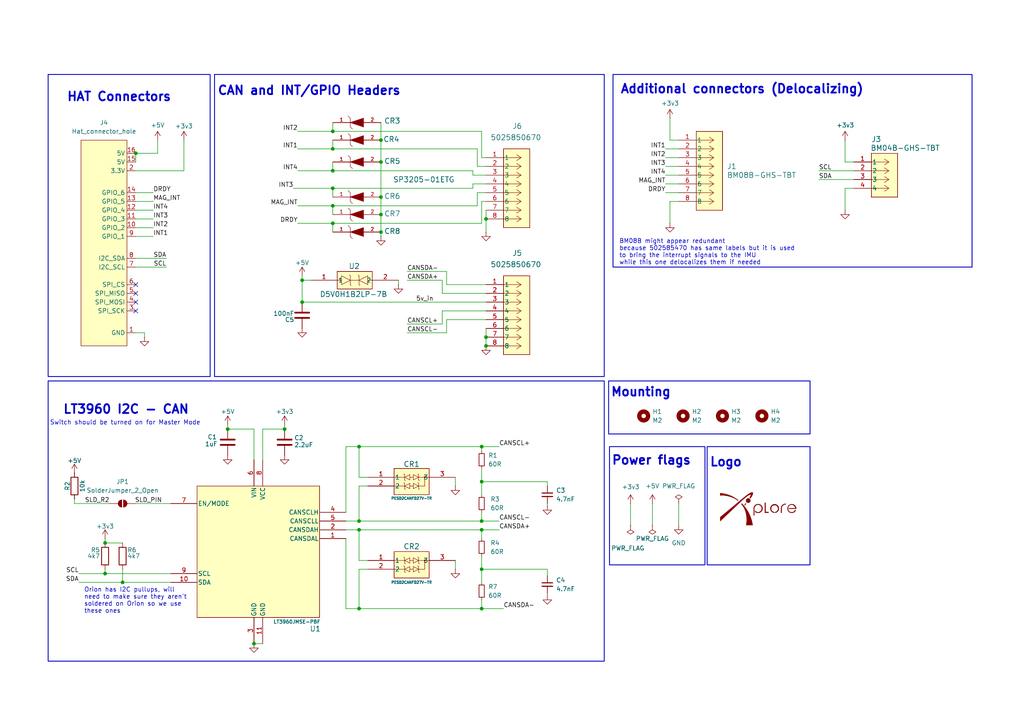
<source format=kicad_sch>
(kicad_sch (version 20231120) (generator "eeschema") (generator_version "8.0")
  (paper "A4")
  (lib_symbols
    (symbol "0_connectors:Hat_connector_hole"
      (property "Reference" "J1" (at -2.8575 33.02 0))
      (property "Value" "Hat_connector_hole" (at -2.8575 30.48 0))
      (symbol "Hat_connector_hole_0_0"
        (pin power_in line (at 6.35 -27.94 180) (length 2.54) (name "GND") (number "1"))
        (pin bidirectional line (at 6.35 2.54 180) (length 2.54) (name "GPIO_2") (number "10"))
        (pin bidirectional line (at 6.35 5.08 180) (length 2.54) (name "GPIO_3") (number "11"))
        (pin bidirectional line (at 6.35 7.62 180) (length 2.54) (name "GPIO_4") (number "12"))
        (pin bidirectional line (at 6.35 10.16 180) (length 2.54) (name "GPIO_5") (number "13"))
        (pin bidirectional line (at 6.35 12.7 180) (length 2.54) (name "GPIO_6") (number "14"))
        (pin power_in line (at 6.35 21.59 180) (length 2.54) (name "5V") (number "15"))
        (pin power_in line (at 6.35 24.13 180) (length 2.54) (name "5V") (number "16"))
        (pin power_in line (at 6.35 19.05 180) (length 2.54) (name "3.3V") (number "2"))
        (pin output line (at 6.35 -21.59 180) (length 2.54) (name "SPI_SCK") (number "3"))
        (pin output line (at 6.35 -19.05 180) (length 2.54) (name "SPI_MOSI") (number "4"))
        (pin input line (at 6.35 -16.51 180) (length 2.54) (name "SPI_MISO") (number "5"))
        (pin output line (at 6.35 -13.97 180) (length 2.54) (name "SPI_CS") (number "6"))
        (pin output line (at 6.35 -8.89 180) (length 2.54) (name "I2C_SCL") (number "7"))
        (pin bidirectional line (at 6.35 -6.35 180) (length 2.54) (name "I2C_SDA") (number "8"))
        (pin bidirectional line (at 6.35 0 180) (length 2.54) (name "GPIO_1") (number "9"))
      )
    )
    (symbol "0_graphic:Xplore_Logo" (pin_numbers hide) (pin_names (offset 0) hide) (in_bom no))
    (symbol "502585670:5025850670" (pin_names (offset 0.254))
      (property "Reference" "J1" (at 13.97 -7.6199 0))
      (property "Value" "5025850670" (at 13.97 -10.1599 0))
      (symbol "5025850670_1_1"
        (pin unspecified line (at 0 0 0) (length 5.08) (name "1") (number "1"))
        (pin unspecified line (at 0 -2.54 0) (length 5.08) (name "2") (number "2"))
        (pin unspecified line (at 0 -5.08 0) (length 5.08) (name "3") (number "3"))
        (pin unspecified line (at 0 -7.62 0) (length 5.08) (name "4") (number "4"))
        (pin unspecified line (at 0 -10.16 0) (length 5.08) (name "5") (number "5"))
        (pin unspecified line (at 0 -12.7 0) (length 5.08) (name "6") (number "6"))
        (pin unspecified line (at 0 -15.24 0) (length 5.08) (name "7") (number "7"))
        (pin unspecified line (at 0 -17.78 0) (length 5.08) (name "8") (number "8"))
      )
      (symbol "5025850670_1_2"
        (pin unspecified line (at 0 0 0) (length 5.08) (name "1") (number "1"))
        (pin unspecified line (at 0 -2.54 0) (length 5.08) (name "2") (number "2"))
        (pin unspecified line (at 0 -5.08 0) (length 5.08) (name "3") (number "3"))
        (pin unspecified line (at 0 -7.62 0) (length 5.08) (name "4") (number "4"))
        (pin unspecified line (at 0 -10.16 0) (length 5.08) (name "5") (number "5"))
        (pin unspecified line (at 0 -12.7 0) (length 5.08) (name "6") (number "6"))
        (pin unspecified line (at 0 -15.24 0) (length 5.08) (name "7") (number "7"))
        (pin unspecified line (at 0 -17.78 0) (length 5.08) (name "8") (number "8"))
      )
    )
    (symbol "BM04B-GHS-TBT_1" (pin_names (offset 0.254))
      (property "Reference" "J4" (at 7.6199 3.81 90))
      (property "Value" "BM04B-GHS-TBT" (at 14.732 -10.922 90))
      (symbol "BM04B-GHS-TBT_1_1_1"
        (pin unspecified line (at 0 0 0) (length 5.08) (name "1") (number "1"))
        (pin unspecified line (at 0 -2.54 0) (length 5.08) (name "2") (number "2"))
        (pin unspecified line (at 0 -5.08 0) (length 5.08) (name "3") (number "3"))
        (pin unspecified line (at 0 -7.62 0) (length 5.08) (name "4") (number "4"))
      )
      (symbol "BM04B-GHS-TBT_1_1_2"
        (pin unspecified line (at 0 0 0) (length 5.08) (name "1") (number "1"))
        (pin unspecified line (at 0 -2.54 0) (length 5.08) (name "2") (number "2"))
        (pin unspecified line (at 0 -5.08 0) (length 5.08) (name "3") (number "3"))
        (pin unspecified line (at 0 -7.62 0) (length 5.08) (name "4") (number "4"))
      )
    )
    (symbol "BM08B_GHS_TBT:BM08B-GHS-TBT" (pin_names (offset 0.254))
      (property "Reference" "J1" (at 13.97 -7.6199 0))
      (property "Value" "BM08B-GHS-TBT" (at 13.97 -10.1599 0))
      (symbol "BM08B-GHS-TBT_1_1"
        (pin unspecified line (at 0 0 0) (length 5.08) (name "1") (number "1"))
        (pin unspecified line (at 0 -2.54 0) (length 5.08) (name "2") (number "2"))
        (pin unspecified line (at 0 -5.08 0) (length 5.08) (name "3") (number "3"))
        (pin unspecified line (at 0 -7.62 0) (length 5.08) (name "4") (number "4"))
        (pin unspecified line (at 0 -10.16 0) (length 5.08) (name "5") (number "5"))
        (pin unspecified line (at 0 -12.7 0) (length 5.08) (name "6") (number "6"))
        (pin unspecified line (at 0 -15.24 0) (length 5.08) (name "7") (number "7"))
        (pin unspecified line (at 0 -17.78 0) (length 5.08) (name "8") (number "8"))
      )
      (symbol "BM08B-GHS-TBT_1_2"
        (pin unspecified line (at 0 0 0) (length 5.08) (name "1") (number "1"))
        (pin unspecified line (at 0 -2.54 0) (length 5.08) (name "2") (number "2"))
        (pin unspecified line (at 0 -5.08 0) (length 5.08) (name "3") (number "3"))
        (pin unspecified line (at 0 -7.62 0) (length 5.08) (name "4") (number "4"))
        (pin unspecified line (at 0 -10.16 0) (length 5.08) (name "5") (number "5"))
        (pin unspecified line (at 0 -12.7 0) (length 5.08) (name "6") (number "6"))
        (pin unspecified line (at 0 -15.24 0) (length 5.08) (name "7") (number "7"))
        (pin unspecified line (at 0 -17.78 0) (length 5.08) (name "8") (number "8"))
      )
    )
    (symbol "D5V0H1B2LP_7B:D5V0H1B2LP-7B" (pin_names (offset 0.254))
      (property "Reference" "U5" (at 10.922 4.064 0))
      (property "Value" "D5V0H1B2LP-7B" (at 2.54 -4.064 0))
      (symbol "D5V0H1B2LP-7B_1_1"
        (pin unspecified line (at 0 0 0) (length 7.62) (name "1") (number "1"))
        (pin unspecified line (at 25.4 0 180) (length 7.62) (name "2") (number "2"))
      )
    )
    (symbol "Device:C" (pin_numbers hide) (pin_names (offset 0.254))
      (property "Reference" "C" (at 0.635 2.54 0))
      (property "Value" "C" (at 0.635 -2.54 0))
      (symbol "C_1_1"
        (pin passive line (at 0 3.81 270) (length 2.794) (name "~") (number "1"))
        (pin passive line (at 0 -3.81 90) (length 2.794) (name "~") (number "2"))
      )
    )
    (symbol "Device:C_Small" (pin_numbers hide) (pin_names (offset 0.254) hide)
      (property "Reference" "C" (at 0.254 1.778 0))
      (property "Value" "C_Small" (at 0.254 -2.032 0))
      (symbol "C_Small_1_1"
        (pin passive line (at 0 2.54 270) (length 2.032) (name "~") (number "1"))
        (pin passive line (at 0 -2.54 90) (length 2.032) (name "~") (number "2"))
      )
    )
    (symbol "Device:R" (pin_numbers hide) (pin_names (offset 0))
      (property "Reference" "R" (at 2.032 0 90))
      (property "Value" "R" (at 0 0 90))
      (symbol "R_1_1"
        (pin passive line (at 0 3.81 270) (length 1.27) (name "~") (number "1"))
        (pin passive line (at 0 -3.81 90) (length 1.27) (name "~") (number "2"))
      )
    )
    (symbol "Device:R_Small" (pin_numbers hide) (pin_names (offset 0.254) hide)
      (property "Reference" "R" (at 0.762 0.508 0))
      (property "Value" "R_Small" (at 0.762 -1.016 0))
      (symbol "R_Small_1_1"
        (pin passive line (at 0 2.54 270) (length 0.762) (name "~") (number "1"))
        (pin passive line (at 0 -2.54 90) (length 0.762) (name "~") (number "2"))
      )
    )
    (symbol "I2C-CAN Bridge:LT3960JMSE-PBF" (pin_names (offset 0.254))
      (property "Reference" "U1" (at 41.91 -36.322 0))
      (property "Value" "LT3960JMSE-PBF" (at 36.576 -34.29 0))
      (symbol "LT3960JMSE-PBF_0_1"
        (pin bidirectional line (at 50.8 -10.16 180) (length 7.62) (name "CANSDAL") (number "1"))
        (pin bidirectional line (at 0 -22.86 0) (length 7.62) (name "SDA") (number "10"))
        (pin power_out line (at 26.67 -40.64 90) (length 7.62) (name "GND") (number "11"))
        (pin bidirectional line (at 50.8 -7.62 180) (length 7.62) (name "CANSDAH") (number "2"))
        (pin power_out line (at 24.13 -40.64 90) (length 7.62) (name "GND") (number "3"))
        (pin bidirectional line (at 50.8 -2.54 180) (length 7.62) (name "CANSCLH") (number "4"))
        (pin bidirectional line (at 50.8 -5.08 180) (length 7.62) (name "CANSCLL") (number "5"))
        (pin power_in line (at 24.13 12.7 270) (length 7.62) (name "VIN") (number "6"))
        (pin input line (at 0 0 0) (length 7.62) (name "EN/MODE") (number "7"))
        (pin power_in line (at 26.67 12.7 270) (length 7.62) (name "VCC") (number "8"))
        (pin bidirectional line (at 0 -20.32 0) (length 7.62) (name "SCL") (number "9"))
      )
    )
    (symbol "Jumper:SolderJumper_2_Open" (pin_numbers hide) (pin_names (offset 0) hide) (exclude_from_sim yes) (in_bom no)
      (property "Reference" "JP" (at 0 2.032 0))
      (property "Value" "SolderJumper_2_Open" (at 0 -2.54 0))
      (symbol "SolderJumper_2_Open_1_1"
        (pin passive line (at -3.81 0 0) (length 2.54) (name "A") (number "1"))
        (pin passive line (at 3.81 0 180) (length 2.54) (name "B") (number "2"))
      )
    )
    (symbol "Mechanical:MountingHole" (pin_names (offset 1.016)) (exclude_from_sim yes) (in_bom no)
      (property "Reference" "H" (at 0 5.08 0))
      (property "Value" "MountingHole" (at 0 3.175 0))
    )
    (symbol "PESD2CANFD27V-TR_1" (pin_names (offset 0.254))
      (property "Reference" "CR1" (at 12.7 -10.16 0))
      (property "Value" "PESD2CANFD27V-TR" (at 12.7 -7.62 0))
      (symbol "PESD2CANFD27V-TR_1_0_1"
        (pin unspecified line (at 0 0 0) (length 7.62) (name "1") (number "1"))
        (pin unspecified line (at 0 -2.54 0) (length 7.62) (name "2") (number "2"))
        (pin unspecified line (at 25.4 0 180) (length 7.62) (name "3") (number "3"))
      )
    )
    (symbol "PWR_FLAG_1" (power) (pin_numbers hide) (pin_names (offset 0) hide)
      (property "Value" "PWR_FLAG" (at 0 3.81 0))
      (symbol "PWR_FLAG_1_0_0"
        (pin power_out line (at 0 0 90) (length 0) (name "~") (number "1"))
      )
    )
    (symbol "SP3205_01ETG:SP3205-01ETG" (pin_names (offset 0.254))
      (property "Reference" "CR" (at 25.4 10.16 0))
      (property "Value" "SP3205-01ETG" (at 25.4 7.62 0))
      (symbol "SP3205-01ETG_1_1"
        (pin unspecified line (at 17.78 0 0) (length 5) (name "") (number "1"))
        (pin unspecified line (at 31.75 0 180) (length 5) (name "") (number "2"))
      )
    )
    (symbol "power:+3.3V" (power) (pin_numbers hide) (pin_names (offset 0) hide)
      (property "Value" "+3.3V" (at 0 3.556 0))
      (symbol "+3.3V_1_1"
        (pin power_in line (at 0 0 90) (length 0) (name "~") (number "1"))
      )
    )
    (symbol "power:+5V" (power) (pin_numbers hide) (pin_names (offset 0) hide)
      (property "Value" "+5V" (at 0 3.556 0))
      (symbol "+5V_1_1"
        (pin power_in line (at 0 0 90) (length 0) (name "~") (number "1"))
      )
    )
    (symbol "power:GND" (power) (pin_numbers hide) (pin_names (offset 0) hide)
      (property "Value" "GND" (at 0 -3.81 0))
      (symbol "GND_1_1"
        (pin power_in line (at 0 0 270) (length 0) (name "~") (number "1"))
      )
    )
  )
  (junction (at 139.7 139.7))
  (junction (at 140.97 100.33))
  (junction (at 30.48 166.37))
  (junction (at 139.7 153.67))
  (junction (at 87.63 87.63))
  (junction (at 104.14 176.53))
  (junction (at 96.52 64.77))
  (junction (at 96.52 49.53))
  (junction (at 139.7 176.53))
  (junction (at 110.49 46.99))
  (junction (at 139.7 165.1))
  (junction (at 140.97 97.79))
  (junction (at 39.37 44.45))
  (junction (at 110.49 67.31))
  (junction (at 110.49 40.64))
  (junction (at 110.49 57.15))
  (junction (at 140.97 63.5))
  (junction (at 139.7 129.54))
  (junction (at 110.49 62.23))
  (junction (at 73.66 186.69))
  (junction (at 87.63 81.28))
  (junction (at 96.52 43.18))
  (junction (at 96.52 38.1))
  (junction (at 35.56 168.91))
  (junction (at 104.14 151.13))
  (junction (at 96.52 54.61))
  (junction (at 96.52 59.69))
  (junction (at 104.14 153.67))
  (junction (at 66.04 124.46))
  (junction (at 82.55 124.46))
  (junction (at 30.48 157.48))
  (junction (at 139.7 151.13))
  (junction (at 104.14 129.54))
  (no_connect (at 39.37 82.55))
  (no_connect (at 39.37 90.17))
  (no_connect (at 39.37 87.63))
  (no_connect (at 39.37 85.09))
  (wire (pts (xy 110.49 67.31) (xy 110.49 68.58)))
  (wire (pts (xy 138.43 55.88) (xy 140.97 55.88)))
  (wire (pts (xy 39.37 60.96) (xy 44.45 60.96)))
  (wire (pts (xy 73.66 124.46) (xy 66.04 124.46)))
  (wire (pts (xy 22.86 168.91) (xy 35.56 168.91)))
  (wire (pts (xy 140.97 67.31) (xy 140.97 63.5)))
  (wire (pts (xy 118.11 93.98) (xy 128.27 93.98)))
  (wire (pts (xy 128.27 81.28) (xy 128.27 85.09)))
  (wire (pts (xy 139.7 135.89) (xy 139.7 139.7)))
  (wire (pts (xy 132.08 162.56) (xy 132.08 165.1)))
  (wire (pts (xy 137.16 49.53) (xy 137.16 50.8)))
  (wire (pts (xy 140.97 60.96) (xy 140.97 63.5)))
  (wire (pts (xy 139.7 161.29) (xy 139.7 165.1)))
  (wire (pts (xy 39.37 74.93) (xy 48.26 74.93)))
  (wire (pts (xy 196.85 146.05) (xy 196.85 152.4)))
  (wire (pts (xy 158.75 165.1) (xy 158.75 167.005)))
  (wire (pts (xy 21.59 146.05) (xy 21.59 144.78)))
  (wire (pts (xy 182.88 146.05) (xy 182.88 152.4)))
  (wire (pts (xy 104.14 129.54) (xy 139.7 129.54)))
  (wire (pts (xy 96.52 43.18) (xy 138.43 43.18)))
  (wire (pts (xy 193.04 50.8) (xy 196.85 50.8)))
  (wire (pts (xy 96.52 64.77) (xy 139.7 64.77)))
  (wire (pts (xy 139.7 153.67) (xy 139.7 156.21)))
  (wire (pts (xy 30.48 156.21) (xy 30.48 157.48)))
  (wire (pts (xy 118.11 78.74) (xy 129.54 78.74)))
  (wire (pts (xy 87.63 87.63) (xy 87.63 81.28)))
  (wire (pts (xy 115.57 81.28) (xy 115.57 82.55)))
  (wire (pts (xy 110.49 57.15) (xy 110.49 62.23)))
  (wire (pts (xy 139.7 165.1) (xy 139.7 168.91)))
  (wire (pts (xy 118.11 81.28) (xy 128.27 81.28)))
  (wire (pts (xy 96.52 57.15) (xy 96.52 54.61)))
  (wire (pts (xy 22.86 166.37) (xy 30.48 166.37)))
  (wire (pts (xy 21.59 146.05) (xy 31.75 146.05)))
  (wire (pts (xy 110.49 35.56) (xy 110.49 40.64)))
  (wire (pts (xy 73.66 186.69) (xy 76.2 186.69)))
  (wire (pts (xy 106.68 140.97) (xy 104.14 140.97)))
  (wire (pts (xy 96.52 49.53) (xy 96.52 46.99)))
  (wire (pts (xy 100.33 176.53) (xy 104.14 176.53)))
  (wire (pts (xy 39.37 49.53) (xy 53.34 49.53)))
  (wire (pts (xy 118.11 96.52) (xy 129.54 96.52)))
  (wire (pts (xy 140.97 97.79) (xy 140.97 100.33)))
  (wire (pts (xy 129.54 92.71) (xy 140.97 92.71)))
  (wire (pts (xy 158.75 146.05) (xy 158.75 146.685)))
  (wire (pts (xy 247.65 54.61) (xy 245.11 54.61)))
  (wire (pts (xy 96.52 59.69) (xy 86.36 59.69)))
  (wire (pts (xy 41.91 96.52) (xy 41.91 97.79)))
  (wire (pts (xy 30.48 166.37) (xy 49.53 166.37)))
  (wire (pts (xy 106.68 165.1) (xy 104.14 165.1)))
  (wire (pts (xy 100.33 176.53) (xy 100.33 156.21)))
  (wire (pts (xy 82.55 123.19) (xy 82.55 124.46)))
  (wire (pts (xy 158.75 139.7) (xy 158.75 140.97)))
  (wire (pts (xy 35.56 168.91) (xy 49.53 168.91)))
  (wire (pts (xy 39.37 66.04) (xy 44.45 66.04)))
  (wire (pts (xy 96.52 59.69) (xy 138.43 59.69)))
  (wire (pts (xy 129.54 78.74) (xy 129.54 82.55)))
  (wire (pts (xy 76.2 124.46) (xy 82.55 124.46)))
  (wire (pts (xy 86.36 64.77) (xy 96.52 64.77)))
  (wire (pts (xy 193.04 45.72) (xy 196.85 45.72)))
  (wire (pts (xy 237.49 49.53) (xy 247.65 49.53)))
  (wire (pts (xy 128.27 90.17) (xy 128.27 93.98)))
  (wire (pts (xy 140.97 95.25) (xy 140.97 97.79)))
  (wire (pts (xy 96.52 64.77) (xy 96.52 67.31)))
  (wire (pts (xy 35.56 165.1) (xy 35.56 168.91)))
  (wire (pts (xy 132.08 138.43) (xy 132.08 140.97)))
  (wire (pts (xy 139.7 38.1) (xy 139.7 45.72)))
  (wire (pts (xy 100.33 129.54) (xy 104.14 129.54)))
  (wire (pts (xy 137.16 54.61) (xy 137.16 53.34)))
  (wire (pts (xy 96.52 49.53) (xy 137.16 49.53)))
  (wire (pts (xy 110.49 40.64) (xy 110.49 46.99)))
  (wire (pts (xy 66.04 123.19) (xy 66.04 124.46)))
  (wire (pts (xy 87.63 80.01) (xy 87.63 81.28)))
  (wire (pts (xy 158.75 172.085) (xy 158.75 172.72)))
  (wire (pts (xy 193.04 43.18) (xy 196.85 43.18)))
  (wire (pts (xy 30.48 157.48) (xy 35.56 157.48)))
  (wire (pts (xy 139.7 151.13) (xy 144.78 151.13)))
  (wire (pts (xy 53.34 49.53) (xy 53.34 40.64)))
  (wire (pts (xy 96.52 54.61) (xy 137.16 54.61)))
  (wire (pts (xy 193.04 53.34) (xy 196.85 53.34)))
  (wire (pts (xy 96.52 43.18) (xy 86.36 43.18)))
  (wire (pts (xy 138.43 59.69) (xy 138.43 55.88)))
  (wire (pts (xy 100.33 153.67) (xy 104.14 153.67)))
  (wire (pts (xy 39.37 77.47) (xy 48.26 77.47)))
  (wire (pts (xy 128.27 85.09) (xy 140.97 85.09)))
  (wire (pts (xy 39.37 96.52) (xy 41.91 96.52)))
  (wire (pts (xy 106.68 162.56) (xy 104.14 162.56)))
  (wire (pts (xy 139.7 139.7) (xy 139.7 143.51)))
  (wire (pts (xy 245.11 40.64) (xy 245.11 46.99)))
  (wire (pts (xy 39.37 146.05) (xy 49.53 146.05)))
  (wire (pts (xy 104.14 165.1) (xy 104.14 176.53)))
  (wire (pts (xy 100.33 129.54) (xy 100.33 148.59)))
  (wire (pts (xy 87.63 81.28) (xy 90.17 81.28)))
  (wire (pts (xy 139.7 58.42) (xy 140.97 58.42)))
  (wire (pts (xy 87.63 87.63) (xy 140.97 87.63)))
  (wire (pts (xy 138.43 43.18) (xy 138.43 48.26)))
  (wire (pts (xy 96.52 35.56) (xy 96.52 38.1)))
  (wire (pts (xy 139.7 153.67) (xy 144.78 153.67)))
  (wire (pts (xy 104.14 151.13) (xy 139.7 151.13)))
  (wire (pts (xy 96.52 62.23) (xy 96.52 59.69)))
  (wire (pts (xy 39.37 68.58) (xy 44.45 68.58)))
  (wire (pts (xy 189.23 146.05) (xy 189.23 152.4)))
  (wire (pts (xy 196.85 58.42) (xy 194.31 58.42)))
  (wire (pts (xy 139.7 129.54) (xy 144.78 129.54)))
  (wire (pts (xy 139.7 139.7) (xy 158.75 139.7)))
  (wire (pts (xy 104.14 140.97) (xy 104.14 151.13)))
  (wire (pts (xy 45.72 44.45) (xy 45.72 40.64)))
  (wire (pts (xy 139.7 64.77) (xy 139.7 58.42)))
  (wire (pts (xy 86.36 38.1) (xy 96.52 38.1)))
  (wire (pts (xy 129.54 82.55) (xy 140.97 82.55)))
  (wire (pts (xy 96.52 40.64) (xy 96.52 43.18)))
  (wire (pts (xy 129.54 96.52) (xy 129.54 92.71)))
  (wire (pts (xy 104.14 153.67) (xy 104.14 162.56)))
  (wire (pts (xy 86.36 49.53) (xy 96.52 49.53)))
  (wire (pts (xy 39.37 58.42) (xy 44.45 58.42)))
  (wire (pts (xy 139.7 176.53) (xy 146.05 176.53)))
  (wire (pts (xy 196.85 40.64) (xy 194.31 40.64)))
  (wire (pts (xy 137.16 53.34) (xy 140.97 53.34)))
  (wire (pts (xy 137.16 50.8) (xy 140.97 50.8)))
  (wire (pts (xy 139.7 173.99) (xy 139.7 176.53)))
  (wire (pts (xy 194.31 58.42) (xy 194.31 64.77)))
  (wire (pts (xy 106.68 138.43) (xy 104.14 138.43)))
  (wire (pts (xy 237.49 52.07) (xy 247.65 52.07)))
  (wire (pts (xy 128.27 90.17) (xy 140.97 90.17)))
  (wire (pts (xy 73.66 133.35) (xy 73.66 124.46)))
  (wire (pts (xy 39.37 44.45) (xy 39.37 46.99)))
  (wire (pts (xy 245.11 54.61) (xy 245.11 60.96)))
  (wire (pts (xy 96.52 38.1) (xy 139.7 38.1)))
  (wire (pts (xy 100.33 151.13) (xy 104.14 151.13)))
  (wire (pts (xy 104.14 153.67) (xy 139.7 153.67)))
  (wire (pts (xy 96.52 54.61) (xy 85.09 54.61)))
  (wire (pts (xy 39.37 63.5) (xy 44.45 63.5)))
  (wire (pts (xy 138.43 48.26) (xy 140.97 48.26)))
  (wire (pts (xy 76.2 133.35) (xy 76.2 124.46)))
  (wire (pts (xy 104.14 129.54) (xy 104.14 138.43)))
  (wire (pts (xy 39.37 44.45) (xy 45.72 44.45)))
  (wire (pts (xy 30.48 165.1) (xy 30.48 166.37)))
  (wire (pts (xy 104.14 176.53) (xy 139.7 176.53)))
  (wire (pts (xy 139.7 148.59) (xy 139.7 151.13)))
  (wire (pts (xy 247.65 46.99) (xy 245.11 46.99)))
  (wire (pts (xy 39.37 55.88) (xy 44.45 55.88)))
  (wire (pts (xy 139.7 130.81) (xy 139.7 129.54)))
  (wire (pts (xy 110.49 46.99) (xy 110.49 57.15)))
  (wire (pts (xy 193.04 48.26) (xy 196.85 48.26)))
  (wire (pts (xy 139.7 165.1) (xy 158.75 165.1)))
  (wire (pts (xy 194.31 34.29) (xy 194.31 40.64)))
  (wire (pts (xy 110.49 62.23) (xy 110.49 67.31)))
  (wire (pts (xy 193.04 55.88) (xy 196.85 55.88)))
  (wire (pts (xy 139.7 45.72) (xy 140.97 45.72)))
  (rectangle (start 62.23 21.59) (end 175.26 109.22) (stroke (width 0.254)))
  (rectangle (start 13.97 110.49) (end 175.26 191.77) (stroke (width 0.254)))
  (rectangle (start 177.8 21.59) (end 281.94 77.47) (stroke (width 0.254)))
  (rectangle (start 205.105 129.54) (end 234.95 163.83) (stroke (width 0.254)))
  (rectangle (start 13.97 21.59) (end 60.96 109.22) (stroke (width 0.254)))
  (rectangle (start 176.784 129.54) (end 204.47 163.83) (stroke (width 0.254)))
  (rectangle (start 176.53 110.49) (end 234.95 125.857) (stroke (width 0.254)))
  (text "Switch should be turned on for Master Mode\n" (at 36.322 122.682 0) (effects (font (size 1.27 1.27))))
  (text "HAT Connectors\n" (at 34.544 28.194 0) (effects (font (size 2.54 2.54) (thickness 0.508) (bold yes))))
  (text "BM08B might appear redundant \nbecause 502585470 has same labels but it is used\nto bring the interrupt signals to the IMU \nwhile this one delocalizes them if needed" (at 179.578 73.152 0) (effects (font (size 1.27 1.27)) (justify left)))
  (text "Additional connectors (Delocalizing)\n" (at 179.832 27.432 0) (effects (font (size 2.54 2.54) (thickness 0.508) (bold yes)) (justify left bottom)))
  (text "LT3960 I2C - CAN\n" (at 36.576 118.872 0) (effects (font (size 2.54 2.54) (thickness 0.508) (bold yes))))
  (text "Power flags" (at 177.292 135.128 0) (effects (font (size 2.54 2.54) (thickness 0.508) (bold yes)) (justify left bottom)))
  (text "Mounting\n" (at 177.038 115.316 0) (effects (font (size 2.54 2.54) (thickness 0.508) (bold yes)) (justify left bottom)))
  (text "CAN and INT/GPIO Headers" (at 89.662 26.416 0) (effects (font (size 2.54 2.54) (thickness 0.508) (bold yes))))
  (text "Orion has I2C pullups, will \nneed to make sure they aren't \nsoldered on Orion so we use \nthese ones" (at 24.384 174.244 0) (effects (font (size 1.27 1.27)) (justify left)))
  (text "Logo" (at 205.74 135.636 0) (effects (font (size 2.54 2.54) (thickness 0.508) (bold yes)) (justify left bottom)))
  (label "INT2" (at 193.04 45.72 180))
  (label "SLD_PIN" (at 46.99 146.05 180))
  (label "INT3" (at 44.45 63.5 0))
  (label "INT3" (at 85.09 54.61 180))
  (label "SDA" (at 237.49 52.07 0))
  (label "MAG_INT" (at 193.04 53.34 180))
  (label "CANSCL-" (at 118.11 96.52 0))
  (label "CANSDA+" (at 144.78 153.67 0))
  (label "INT4" (at 86.36 49.53 180))
  (label "INT1" (at 193.04 43.18 180))
  (label "INT2" (at 44.45 66.04 0))
  (label "DRDY" (at 193.04 55.88 180))
  (label "DRDY" (at 44.45 55.88 0))
  (label "CANSCL+" (at 118.11 93.98 0))
  (label "CANSDA-" (at 146.05 176.53 0))
  (label "INT2" (at 86.36 38.1 180))
  (label "CANSDA+" (at 118.11 81.28 0))
  (label "SCL" (at 22.86 166.37 180))
  (label "SCL" (at 48.26 77.47 180))
  (label "MAG_INT" (at 86.36 59.69 180))
  (label "SDA" (at 48.26 74.93 180))
  (label "SDA" (at 22.86 168.91 180))
  (label "SLD_R2" (at 31.75 146.05 180))
  (label "INT1" (at 44.45 68.58 0))
  (label "5v_in" (at 120.65 87.63 0))
  (label "MAG_INT" (at 44.45 58.42 0))
  (label "INT4" (at 193.04 50.8 180))
  (label "SCL" (at 237.49 49.53 0))
  (label "CANSCL+" (at 144.78 129.54 0))
  (label "CANSDA-" (at 118.11 78.74 0))
  (label "INT1" (at 86.36 43.18 180))
  (label "INT3" (at 193.04 48.26 180))
  (label "DRDY" (at 86.36 64.77 180))
  (label "INT4" (at 44.45 60.96 0))
  (label "CANSCL-" (at 144.78 151.13 0))
  (symbol (lib_id "I2C-CAN Bridge:LT3960JMSE-PBF") (at 49.53 146.05 0) (unit 1)
    (property "Reference" "U1" (at 91.44 182.372 0) (effects (font (size 1.524 1.524))))
    (property "Value" "LT3960JMSE-PBF" (at 86.106 180.34 0) (effects (font (size 1.016 1.016))))
    (property "Footprint" "footprints:LT3960" (effects (hide yes)))
    (property "Datasheet" "https://www.mouser.ch/datasheet/2/609/lt3960-1921786.pdf" (effects (hide yes)))
  )
  (symbol (lib_id "Device:C") (at 82.55 128.27 0) (unit 1)
    (property "Reference" "C2" (at 85.344 127 0) (effects (justify left)))
    (property "Value" "2.2uF" (at 85.344 129.032 0) (effects (justify left)))
    (property "Footprint" "Capacitor_SMD:C_0402_1005Metric" (effects (hide yes)))
    (property "Description" "Unpolarized capacitor" (effects (hide yes)))
  )
  (symbol (lib_id "power:GND") (at 194.31 64.77 0) (unit 1)
    (property "Reference" "#PWR08" (effects (hide yes)))
    (property "Value" "GND" (effects (hide yes)))
    (property "Description" "Power symbol creates a global label with name \"GND\" , ground" (effects (hide yes)))
  )
  (symbol (lib_id "Device:R_Small") (at 139.7 146.05 180) (unit 1)
    (property "Reference" "R3" (at 142.24 144.7799 0) (effects (justify right)))
    (property "Value" "60R" (at 142.24 147.3199 0) (effects (justify right)))
    (property "Footprint" "Resistor_SMD:R_0603_1608Metric" (effects (hide yes)))
    (property "Datasheet" "https://www.vishay.com/docs/20043/crcwhpe3.pdf" (effects (hide yes)))
    (property "Manufacturer ref" "CRCW060360R4FKEAHP" (effects (hide yes)))
    (property "Mouser ref" "71-CRCW060360R4FKEAH" (effects (hide yes)))
  )
  (symbol (lib_id "SP3205_01ETG:SP3205-01ETG") (at 78.74 35.56 0) (unit 1)
    (property "Reference" "CR3" (at 113.792 35.052 0) (effects (font (size 1.524 1.524))))
    (property "Value" "SP3205-01ETG" (at 122.936 52.07 0) (effects (font (size 1.524 1.524))))
    (property "Footprint" "footprints:SDO_SOD882_LTF" (effects (hide yes)))
    (property "Datasheet" "SP3205-01ETG" (effects (hide yes)))
  )
  (symbol (lib_name "PWR_FLAG_1") (lib_id "power:PWR_FLAG") (at 196.85 146.05 0) (unit 1)
    (property "Reference" "#FLG04" (effects (hide yes)))
    (property "Value" "PWR_FLAG" (at 196.85 140.97 0))
    (property "Description" "Special symbol for telling ERC where power comes from" (effects (hide yes)))
  )
  (symbol (lib_id "0_connectors:Hat_connector_hole") (at 33.02 68.58 0) (unit 1)
    (property "Reference" "J4" (at 30.1625 35.56 0))
    (property "Value" "Hat_connector_hole" (at 30.1625 38.1 0))
    (property "Footprint" "footprints:Hat_connector_hole" (effects (hide yes)))
  )
  (symbol (lib_id "power:+5V") (at 66.04 123.19 0) (unit 1)
    (property "Reference" "#PWR012" (effects (hide yes)))
    (property "Value" "+5V" (at 66.04 119.38 0))
    (property "Description" "Power symbol creates a global label with name \"+5V\"" (effects (hide yes)))
  )
  (symbol (lib_id "power:GND") (at 115.57 82.55 0) (unit 1)
    (property "Reference" "#PWR09" (effects (hide yes)))
    (property "Value" "GND" (effects (hide yes)))
    (property "Description" "Power symbol creates a global label with name \"GND\" , ground" (effects (hide yes)))
  )
  (symbol (lib_id "SP3205_01ETG:SP3205-01ETG") (at 78.74 57.15 0) (unit 1)
    (property "Reference" "CR6" (at 113.792 56.896 0) (effects (font (size 1.524 1.524))))
    (property "Value" "SP3205-01ETG" (effects (hide yes)))
    (property "Footprint" "footprints:SDO_SOD882_LTF" (effects (hide yes)))
    (property "Datasheet" "SP3205-01ETG" (effects (hide yes)))
  )
  (symbol (lib_id "Device:C") (at 87.63 91.44 180) (unit 1)
    (property "Reference" "C5" (at 85.344 92.71 0) (effects (justify left)))
    (property "Value" "100nF" (at 85.344 90.932 0) (effects (justify left)))
    (property "Footprint" "Capacitor_SMD:C_0402_1005Metric" (effects (hide yes)))
    (property "Description" "Unpolarized capacitor" (effects (hide yes)))
  )
  (symbol (lib_id "power:+5V") (at 87.63 80.01 0) (unit 1)
    (property "Reference" "#PWR04" (effects (hide yes)))
    (property "Value" "+5V" (at 87.63 76.2 0))
    (property "Description" "Power symbol creates a global label with name \"+5V\"" (effects (hide yes)))
  )
  (symbol (lib_id "SP3205_01ETG:SP3205-01ETG") (at 78.74 46.99 0) (unit 1)
    (property "Reference" "CR5" (at 113.792 46.736 0) (effects (font (size 1.524 1.524))))
    (property "Value" "SP3205-01ETG" (effects (hide yes)))
    (property "Footprint" "footprints:SDO_SOD882_LTF" (effects (hide yes)))
    (property "Datasheet" "SP3205-01ETG" (effects (hide yes)))
  )
  (symbol (lib_id "power:+5V") (at 189.23 146.05 0) (unit 1)
    (property "Reference" "#PWR020" (effects (hide yes)))
    (property "Value" "+5V" (at 189.23 140.97 0))
    (property "Description" "Power symbol creates a global label with name \"+5V\"" (effects (hide yes)))
  )
  (symbol (lib_id "power:GND") (at 41.91 97.79 0) (unit 1)
    (property "Reference" "#PWR010" (effects (hide yes)))
    (property "Value" "GND" (effects (hide yes)))
    (property "Description" "Power symbol creates a global label with name \"GND\" , ground" (effects (hide yes)))
  )
  (symbol (lib_id "power:+3.3V") (at 53.34 40.64 0) (unit 1)
    (property "Reference" "#PWR03" (effects (hide yes)))
    (property "Value" "+3v3" (at 53.34 36.576 0))
    (property "Description" "Power symbol creates a global label with name \"+3.3V\"" (effects (hide yes)))
  )
  (symbol (lib_id "power:GND") (at 196.85 152.4 0) (unit 1)
    (property "Reference" "#PWR021" (effects (hide yes)))
    (property "Value" "GND" (at 196.85 157.48 0))
  )
  (symbol (lib_id "Device:R") (at 30.48 161.29 180) (unit 1)
    (property "Reference" "R5" (at 27.686 159.512 0))
    (property "Value" "4k7" (at 27.178 161.29 0))
    (property "Footprint" "Resistor_SMD:R_0201_0603Metric" (effects (hide yes)))
    (property "Description" "Resistor" (effects (hide yes)))
  )
  (symbol (lib_id "Device:R_Small") (at 139.7 171.45 0) (unit 1)
    (property "Reference" "R7" (at 141.605 170.1799 0) (effects (justify left)))
    (property "Value" "60R" (at 141.605 172.72 0) (effects (justify left)))
    (property "Footprint" "Resistor_SMD:R_0603_1608Metric" (effects (hide yes)))
    (property "Datasheet" "https://www.vishay.com/docs/20043/crcwhpe3.pdf" (effects (hide yes)))
    (property "Manufacturer ref" "CRCW060360R4FKEAHP" (effects (hide yes)))
    (property "Mouser ref" "71-CRCW060360R4FKEAH" (effects (hide yes)))
  )
  (symbol (lib_name "PESD2CANFD27V-TR_1") (lib_id "PESD2CAN27v:PESD2CANFD27V-TR") (at 106.68 138.43 0) (unit 1)
    (property "Reference" "CR1" (at 119.38 134.62 0) (effects (font (size 1.524 1.524))))
    (property "Value" "PESD2CANFD27V-TR" (at 119.38 144.526 0) (effects (font (size 0.762 0.762))))
    (property "Footprint" "footprints:SOT23_PESD2_NEX" (effects (hide yes)))
    (property "Datasheet" "https://assets.nexperia.com/documents/data-sheet/PESD2CANFD27V-T.pdfhttps://assets.nexperia.com/documents/data-sheet/PESD2CANFD27V-T.pdf" (effects (hide yes)))
  )
  (symbol (lib_id "power:GND") (at 87.63 95.25 0) (unit 1)
    (property "Reference" "#PWR027" (effects (hide yes)))
    (property "Value" "GND" (effects (hide yes)))
    (property "Description" "Power symbol creates a global label with name \"GND\" , ground" (effects (hide yes)))
  )
  (symbol (lib_id "D5V0H1B2LP_7B:D5V0H1B2LP-7B") (at 90.17 81.28 0) (unit 1)
    (property "Reference" "U2" (at 101.092 77.216 0) (effects (font (size 1.524 1.524)) (justify left)))
    (property "Value" "D5V0H1B2LP-7B" (at 92.71 85.344 0) (effects (font (size 1.524 1.524)) (justify left)))
    (property "Footprint" "footprints:D5V0H1B2LP_7B" (effects (hide yes)))
    (property "Datasheet" "https://www.diodes.com/assets/Datasheets/D5V0H1B2LP.pdf" (effects (hide yes)))
  )
  (symbol (lib_id "Mechanical:MountingHole") (at 198.12 120.65 0) (unit 1) (exclude_from_sim yes) (in_bom no)
    (property "Reference" "H2" (at 200.66 119.3799 0) (effects (justify left)))
    (property "Value" "M2" (at 200.66 121.9199 0) (effects (justify left)))
    (property "Footprint" "MountingHole:MountingHole_2.2mm_M2" (effects (hide yes)))
    (property "Description" "Mounting Hole without connection" (effects (hide yes)))
  )
  (symbol (lib_name "BM04B-GHS-TBT_1") (lib_id "BM04B:BM04B-GHS-TBT") (at 247.65 46.99 0) (unit 1)
    (property "Reference" "J3" (at 252.73 40.386 0) (effects (font (size 1.524 1.524)) (justify left)))
    (property "Value" "BM04B-GHS-TBT" (at 252.476 42.926 0) (effects (font (size 1.524 1.524)) (justify left)))
    (property "Footprint" "footprints:CONN_BM04B-GHS-TBT_JST" (effects (hide yes)))
    (property "Datasheet" "https://www.jst-mfg.com/product/pdf/eng/eGH.pdf" (effects (hide yes)))
  )
  (symbol (lib_id "SP3205_01ETG:SP3205-01ETG") (at 78.74 67.31 0) (unit 1)
    (property "Reference" "CR8" (at 113.792 67.056 0) (effects (font (size 1.524 1.524))))
    (property "Value" "SP3205-01ETG" (effects (hide yes)))
    (property "Footprint" "footprints:SDO_SOD882_LTF" (effects (hide yes)))
    (property "Datasheet" "SP3205-01ETG" (effects (hide yes)))
  )
  (symbol (lib_id "power:GND") (at 140.97 67.31 0) (unit 1)
    (property "Reference" "#PWR029" (effects (hide yes)))
    (property "Value" "GND" (effects (hide yes)))
    (property "Description" "Power symbol creates a global label with name \"GND\" , ground" (effects (hide yes)))
  )
  (symbol (lib_id "SP3205_01ETG:SP3205-01ETG") (at 78.74 40.64 0) (unit 1)
    (property "Reference" "CR4" (at 113.538 40.386 0) (effects (font (size 1.524 1.524))))
    (property "Value" "SP3205-01ETG" (effects (hide yes)))
    (property "Footprint" "footprints:SDO_SOD882_LTF" (effects (hide yes)))
    (property "Datasheet" "SP3205-01ETG" (effects (hide yes)))
  )
  (symbol (lib_id "power:+3.3V") (at 194.31 34.29 0) (unit 1)
    (property "Reference" "#PWR01" (effects (hide yes)))
    (property "Value" "+3v3" (at 191.77 29.972 0) (effects (justify left)))
    (property "Description" "Power symbol creates a global label with name \"+3.3V\"" (effects (hide yes)))
  )
  (symbol (lib_id "power:+3.3V") (at 182.88 146.05 0) (unit 1)
    (property "Reference" "#PWR019" (effects (hide yes)))
    (property "Value" "+3v3" (at 180.34 141.224 0) (effects (justify left)))
    (property "Description" "Power symbol creates a global label with name \"+3.3V\"" (effects (hide yes)))
  )
  (symbol (lib_id "power:GND") (at 66.04 132.08 0) (unit 1)
    (property "Reference" "#PWR014" (effects (hide yes)))
    (property "Value" "GND" (effects (hide yes)))
    (property "Description" "Power symbol creates a global label with name \"GND\" , ground" (effects (hide yes)))
  )
  (symbol (lib_id "power:GND") (at 158.75 172.72 0) (unit 1)
    (property "Reference" "#PWR024" (effects (hide yes)))
    (property "Value" "GND" (effects (hide yes)))
  )
  (symbol (lib_id "power:GND") (at 82.55 132.08 0) (unit 1)
    (property "Reference" "#PWR015" (effects (hide yes)))
    (property "Value" "GND" (effects (hide yes)))
    (property "Description" "Power symbol creates a global label with name \"GND\" , ground" (effects (hide yes)))
  )
  (symbol (lib_id "Mechanical:MountingHole") (at 220.98 120.65 0) (unit 1) (exclude_from_sim yes) (in_bom no)
    (property "Reference" "H4" (at 223.52 119.3799 0) (effects (justify left)))
    (property "Value" "M2" (at 223.52 121.9199 0) (effects (justify left)))
    (property "Footprint" "MountingHole:MountingHole_2.2mm_M2" (effects (hide yes)))
    (property "Description" "Mounting Hole without connection" (effects (hide yes)))
  )
  (symbol (lib_id "BM08B_GHS_TBT:BM08B-GHS-TBT") (at 196.85 40.64 0) (unit 1)
    (property "Reference" "J1" (at 210.82 48.2599 0) (effects (font (size 1.524 1.524)) (justify left)))
    (property "Value" "BM08B-GHS-TBT" (at 210.82 50.7999 0) (effects (font (size 1.524 1.524)) (justify left)))
    (property "Footprint" "footprints:CONN_BM08B-GHS-TBT_JST" (effects (hide yes)))
    (property "Datasheet" "https://www.jst-mfg.com/product/pdf/eng/eGH.pdf" (effects (hide yes)))
  )
  (symbol (lib_id "power:+5V") (at 21.59 137.16 0) (unit 1)
    (property "Reference" "#PWR016" (effects (hide yes)))
    (property "Value" "+5V" (at 21.59 133.604 0))
    (property "Description" "Power symbol creates a global label with name \"+5V\"" (effects (hide yes)))
  )
  (symbol (lib_id "power:GND") (at 132.08 140.97 0) (unit 1)
    (property "Reference" "#PWR017" (effects (hide yes)))
    (property "Value" "GND" (effects (hide yes)))
    (property "Description" "Power symbol creates a global label with name \"GND\" , ground" (effects (hide yes)))
  )
  (symbol (lib_id "power:GND") (at 110.49 68.58 0) (unit 1)
    (property "Reference" "#PWR028" (effects (hide yes)))
    (property "Value" "GND" (effects (hide yes)))
    (property "Description" "Power symbol creates a global label with name \"GND\" , ground" (effects (hide yes)))
  )
  (symbol (lib_id "Mechanical:MountingHole") (at 209.55 120.65 0) (unit 1) (exclude_from_sim yes) (in_bom no)
    (property "Reference" "H3" (at 212.09 119.3799 0) (effects (justify left)))
    (property "Value" "M2" (at 212.09 121.9199 0) (effects (justify left)))
    (property "Footprint" "MountingHole:MountingHole_2.2mm_M2" (effects (hide yes)))
    (property "Description" "Mounting Hole without connection" (effects (hide yes)))
  )
  (symbol (lib_id "Mechanical:MountingHole") (at 186.69 120.65 0) (unit 1) (exclude_from_sim yes) (in_bom no)
    (property "Reference" "H1" (at 189.23 119.3799 0) (effects (justify left)))
    (property "Value" "M2" (at 189.23 121.9199 0) (effects (justify left)))
    (property "Footprint" "MountingHole:MountingHole_2.2mm_M2" (effects (hide yes)))
    (property "Description" "Mounting Hole without connection" (effects (hide yes)))
  )
  (symbol (lib_id "Device:C_Small") (at 158.75 169.545 0) (unit 1)
    (property "Reference" "C4" (at 161.29 168.275 0) (effects (justify left)))
    (property "Value" "4.7nF" (at 161.29 170.815 0) (effects (justify left)))
    (property "Footprint" "Capacitor_SMD:C_0402_1005Metric" (effects (hide yes)))
    (property "Datasheet" "https://www.mouser.ch/datasheet/2/40/cx5r_KGM-3223198.pdf" (effects (hide yes)))
    (property "Mouser ref" "581-0402YD475MAT2A" (effects (hide yes)))
    (property "Manufacturer ref" "0402YD475MAT2A" (effects (hide yes)))
  )
  (symbol (lib_id "power:GND") (at 132.08 165.1 0) (unit 1)
    (property "Reference" "#PWR023" (effects (hide yes)))
    (property "Value" "GND" (effects (hide yes)))
    (property "Description" "Power symbol creates a global label with name \"GND\" , ground" (effects (hide yes)))
  )
  (symbol (lib_id "Device:R") (at 35.56 161.29 180) (unit 1)
    (property "Reference" "R6" (at 39.624 159.512 0) (effects (justify left)))
    (property "Value" "4k7" (at 40.64 161.29 0) (effects (justify left)))
    (property "Footprint" "Resistor_SMD:R_0201_0603Metric" (effects (hide yes)))
    (property "Description" "Resistor" (effects (hide yes)))
  )
  (symbol (lib_id "power:+3.3V") (at 245.11 40.64 0) (unit 1)
    (property "Reference" "#PWR05" (effects (hide yes)))
    (property "Value" "+3v3" (at 242.57 36.322 0) (effects (justify left)))
    (property "Description" "Power symbol creates a global label with name \"+3.3V\"" (effects (hide yes)))
  )
  (symbol (lib_id "Device:C_Small") (at 158.75 143.51 0) (unit 1)
    (property "Reference" "C3" (at 161.29 142.24 0) (effects (justify left)))
    (property "Value" "4.7nF" (at 161.29 144.78 0) (effects (justify left)))
    (property "Footprint" "Capacitor_SMD:C_0402_1005Metric" (effects (hide yes)))
    (property "Datasheet" "https://www.mouser.ch/datasheet/2/40/cx5r_KGM-3223198.pdf" (effects (hide yes)))
    (property "Mouser ref" "581-0402YD475MAT2A" (effects (hide yes)))
    (property "Manufacturer ref" "0402YD475MAT2A" (effects (hide yes)))
  )
  (symbol (lib_id "Jumper:SolderJumper_2_Open") (at 35.56 146.05 0) (unit 1) (exclude_from_sim yes) (in_bom no)
    (property "Reference" "JP1" (at 35.56 139.7 0))
    (property "Value" "SolderJumper_2_Open" (at 35.56 142.24 0))
    (property "Footprint" "Jumper:SolderJumper-2_P1.3mm_Open_RoundedPad1.0x1.5mm" (effects (hide yes)))
    (property "Description" "Solder Jumper, 2-pole, open" (effects (hide yes)))
  )
  (symbol (lib_id "0_graphic:Xplore_Logo") (at 219.71 151.13 0) (unit 1) (in_bom no)
    (property "Reference" "G1" (effects (hide yes)))
    (property "Value" "Xplore_Logo" (effects (hide yes)))
    (property "Footprint" "footprints:Xplore_Logo_X_only_5mm" (effects (hide yes)))
  )
  (symbol (lib_id "power:GND") (at 73.66 186.69 0) (unit 1)
    (property "Reference" "#PWR025" (effects (hide yes)))
    (property "Value" "GND" (effects (hide yes)))
    (property "Description" "Power symbol creates a global label with name \"GND\" , ground" (effects (hide yes)))
  )
  (symbol (lib_id "power:GND") (at 158.75 146.685 0) (unit 1)
    (property "Reference" "#PWR018" (effects (hide yes)))
    (property "Value" "GND" (effects (hide yes)))
  )
  (symbol (lib_id "power:+5V") (at 30.48 156.21 0) (unit 1)
    (property "Reference" "#PWR022" (effects (hide yes)))
    (property "Value" "+3v3" (at 30.48 152.654 0))
    (property "Description" "Power symbol creates a global label with name \"+5V\"" (effects (hide yes)))
  )
  (symbol (lib_id "Device:R_Small") (at 139.7 158.75 180) (unit 1)
    (property "Reference" "R4" (at 142.24 157.4799 0) (effects (justify right)))
    (property "Value" "60R" (at 142.24 160.0199 0) (effects (justify right)))
    (property "Footprint" "Resistor_SMD:R_0603_1608Metric" (effects (hide yes)))
    (property "Datasheet" "https://www.vishay.com/docs/20043/crcwhpe3.pdf" (effects (hide yes)))
    (property "Manufacturer ref" "CRCW060360R4FKEAHP" (effects (hide yes)))
    (property "Mouser ref" "71-CRCW060360R4FKEAH" (effects (hide yes)))
  )
  (symbol (lib_id "Device:R_Small") (at 139.7 133.35 0) (unit 1)
    (property "Reference" "R1" (at 141.605 132.0799 0) (effects (justify left)))
    (property "Value" "60R" (at 141.605 134.6199 0) (effects (justify left)))
    (property "Footprint" "Resistor_SMD:R_0603_1608Metric" (effects (hide yes)))
    (property "Datasheet" "https://www.vishay.com/docs/20043/crcwhpe3.pdf" (effects (hide yes)))
    (property "Manufacturer ref" "CRCW060360R4FKEAHP" (effects (hide yes)))
    (property "Mouser ref" "71-CRCW060360R4FKEAH" (effects (hide yes)))
  )
  (symbol (lib_name "PESD2CANFD27V-TR_1") (lib_id "PESD2CAN27v:PESD2CANFD27V-TR") (at 106.68 162.56 0) (unit 1)
    (property "Reference" "CR2" (at 119.38 158.496 0) (effects (font (size 1.524 1.524))))
    (property "Value" "PESD2CANFD27V-TR" (at 119.38 168.91 0) (effects (font (size 0.762 0.762))))
    (property "Footprint" "footprints:SOT23_PESD2_NEX" (effects (hide yes)))
    (property "Datasheet" "https://assets.nexperia.com/documents/data-sheet/PESD2CANFD27V-T.pdf" (effects (hide yes)))
  )
  (symbol (lib_id "SP3205_01ETG:SP3205-01ETG") (at 78.74 62.23 0) (unit 1)
    (property "Reference" "CR7" (at 113.792 61.976 0) (effects (font (size 1.524 1.524))))
    (property "Value" "SP3205-01ETG" (effects (hide yes)))
    (property "Footprint" "footprints:SDO_SOD882_LTF" (effects (hide yes)))
    (property "Datasheet" "SP3205-01ETG" (effects (hide yes)))
  )
  (symbol (lib_name "PWR_FLAG_1") (lib_id "power:PWR_FLAG") (at 182.88 152.4 180) (unit 1)
    (property "Reference" "#FLG02" (effects (hide yes)))
    (property "Value" "PWR_FLAG" (at 182.118 159.004 0))
    (property "Description" "Special symbol for telling ERC where power comes from" (effects (hide yes)))
  )
  (symbol (lib_id "power:+5V") (at 45.72 40.64 0) (unit 1)
    (property "Reference" "#PWR02" (effects (hide yes)))
    (property "Value" "+5V" (at 45.72 36.322 0))
    (property "Description" "Power symbol creates a global label with name \"+5V\"" (effects (hide yes)))
  )
  (symbol (lib_id "power:GND") (at 245.11 60.96 0) (unit 1)
    (property "Reference" "#PWR07" (effects (hide yes)))
    (property "Value" "GND" (effects (hide yes)))
    (property "Description" "Power symbol creates a global label with name \"GND\" , ground" (effects (hide yes)))
  )
  (symbol (lib_id "502585670:5025850670") (at 140.97 45.72 0) (unit 1)
    (property "Reference" "J6" (at 148.59 36.576 0) (effects (font (size 1.524 1.524)) (justify left)))
    (property "Value" "5025850670" (at 142.24 39.878 0) (effects (font (size 1.524 1.524)) (justify left)))
    (property "Footprint" "footprints:CON_5025850670" (effects (hide yes)))
    (property "Datasheet" "https://www.molex.com/en-us/products/part-detail/5025850670?display=pdf" (effects (hide yes)))
  )
  (symbol (lib_id "502585670:5025850670") (at 140.97 82.55 0) (unit 1)
    (property "Reference" "J5" (at 148.59 73.406 0) (effects (font (size 1.524 1.524)) (justify left)))
    (property "Value" "5025850670" (at 142.24 76.708 0) (effects (font (size 1.524 1.524)) (justify left)))
    (property "Footprint" "footprints:CON_5025850670" (effects (hide yes)))
    (property "Datasheet" "https://www.molex.com/en-us/products/part-detail/5025850670?display=pdf" (effects (hide yes)))
  )
  (symbol (lib_id "power:GND") (at 140.97 100.33 0) (unit 1)
    (property "Reference" "#PWR011" (effects (hide yes)))
    (property "Value" "GND" (effects (hide yes)))
    (property "Description" "Power symbol creates a global label with name \"GND\" , ground" (effects (hide yes)))
  )
  (symbol (lib_id "Device:C") (at 66.04 128.27 0) (unit 1)
    (property "Reference" "C1" (at 60.198 126.746 0) (effects (justify left)))
    (property "Value" "1uF" (at 59.436 128.778 0) (effects (justify left)))
    (property "Footprint" "Capacitor_SMD:C_0402_1005Metric" (effects (hide yes)))
    (property "Description" "Unpolarized capacitor" (effects (hide yes)))
  )
  (symbol (lib_id "Device:R") (at 21.59 140.97 180) (unit 1)
    (property "Reference" "R2" (at 19.558 140.97 90))
    (property "Value" "10k" (at 23.876 140.97 90))
    (property "Footprint" "Resistor_SMD:R_0402_1005Metric" (effects (hide yes)))
    (property "Description" "Resistor" (effects (hide yes)))
  )
  (symbol (lib_name "PWR_FLAG_1") (lib_id "power:PWR_FLAG") (at 189.23 152.4 180) (unit 1)
    (property "Reference" "#FLG01" (effects (hide yes)))
    (property "Value" "PWR_FLAG" (at 189.23 156.21 0))
    (property "Description" "Special symbol for telling ERC where power comes from" (effects (hide yes)))
  )
  (symbol (lib_id "power:+5V") (at 82.55 123.19 0) (unit 1)
    (property "Reference" "#PWR013" (effects (hide yes)))
    (property "Value" "+3v3" (at 82.55 119.38 0))
    (property "Description" "Power symbol creates a global label with name \"+5V\"" (effects (hide yes)))
  )
)
</source>
